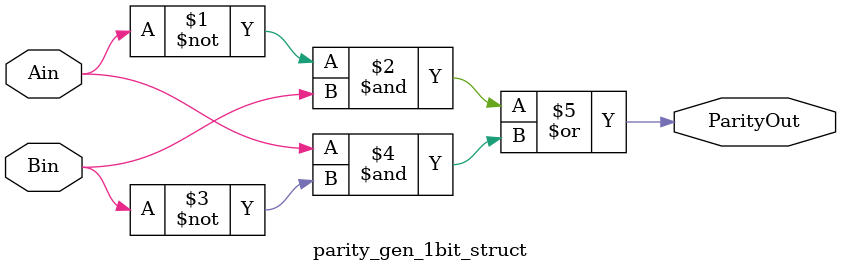
<source format=v>
module parity_gen_1bit_struct
  (
   input                     Ain,
   input                     Bin,
   output                    ParityOut 
  );
  assign ParityOut = (~Ain & Bin) | (Ain & ~Bin);
endmodule
</source>
